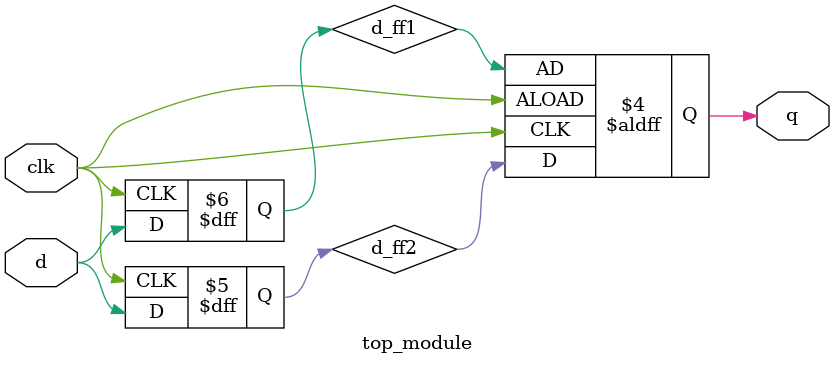
<source format=sv>
module top_module(
    input clk,
    input d,
    output reg q);

    reg d_ff1, d_ff2;

    always @(posedge clk) begin
        d_ff1 <= d;
    end

    always @(negedge clk) begin
        d_ff2 <= d;
    end

    always @(posedge clk, negedge clk) begin
        if (clk)
            q <= d_ff1;
        else
            q <= d_ff2;
    end

endmodule

</source>
